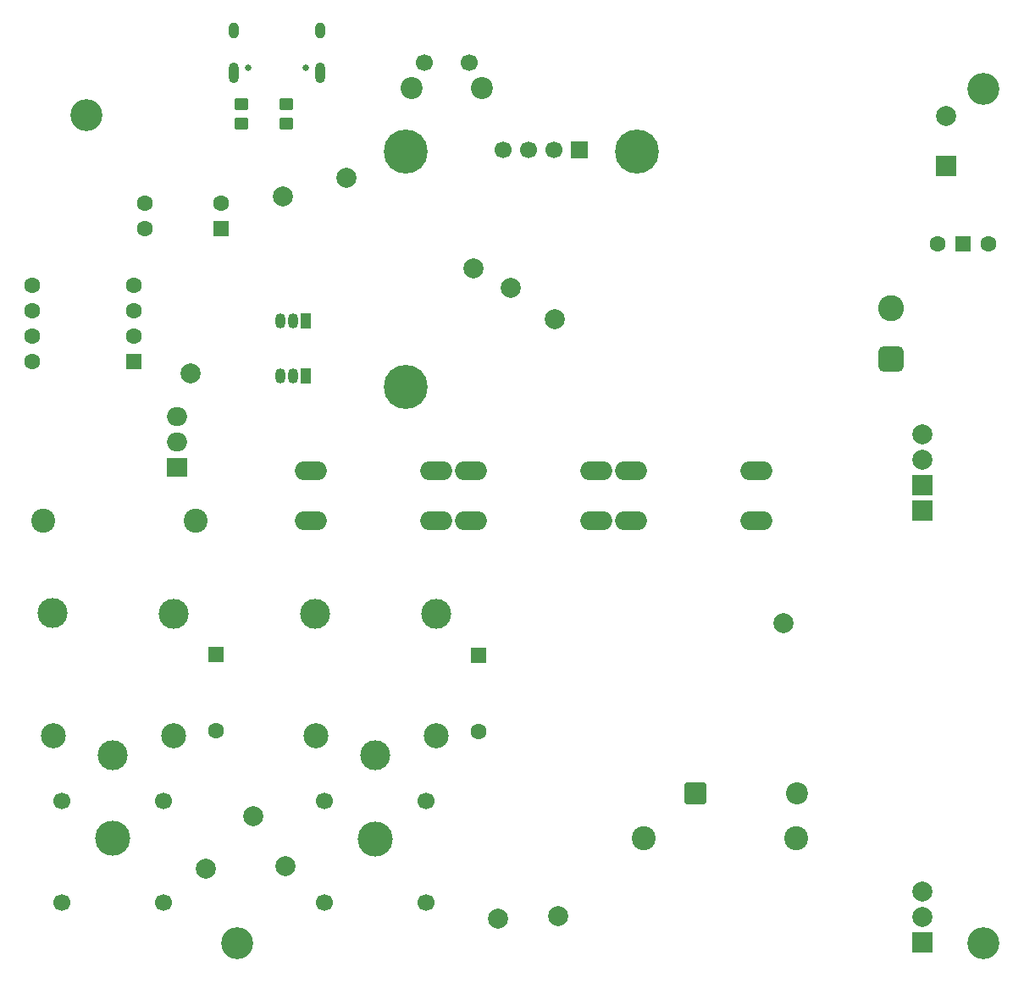
<source format=gbr>
%TF.GenerationSoftware,KiCad,Pcbnew,9.0.6*%
%TF.CreationDate,2026-01-02T13:15:05-05:00*%
%TF.ProjectId,Ionto,496f6e74-6f2e-46b6-9963-61645f706362,rev?*%
%TF.SameCoordinates,Original*%
%TF.FileFunction,Soldermask,Bot*%
%TF.FilePolarity,Negative*%
%FSLAX46Y46*%
G04 Gerber Fmt 4.6, Leading zero omitted, Abs format (unit mm)*
G04 Created by KiCad (PCBNEW 9.0.6) date 2026-01-02 13:15:05*
%MOMM*%
%LPD*%
G01*
G04 APERTURE LIST*
G04 Aperture macros list*
%AMRoundRect*
0 Rectangle with rounded corners*
0 $1 Rounding radius*
0 $2 $3 $4 $5 $6 $7 $8 $9 X,Y pos of 4 corners*
0 Add a 4 corners polygon primitive as box body*
4,1,4,$2,$3,$4,$5,$6,$7,$8,$9,$2,$3,0*
0 Add four circle primitives for the rounded corners*
1,1,$1+$1,$2,$3*
1,1,$1+$1,$4,$5*
1,1,$1+$1,$6,$7*
1,1,$1+$1,$8,$9*
0 Add four rect primitives between the rounded corners*
20,1,$1+$1,$2,$3,$4,$5,0*
20,1,$1+$1,$4,$5,$6,$7,0*
20,1,$1+$1,$6,$7,$8,$9,0*
20,1,$1+$1,$8,$9,$2,$3,0*%
G04 Aperture macros list end*
%ADD10C,3.200000*%
%ADD11C,2.600000*%
%ADD12C,4.400000*%
%ADD13O,3.200000X1.900000*%
%ADD14C,1.700000*%
%ADD15C,3.500000*%
%ADD16RoundRect,0.250000X0.550000X0.550000X-0.550000X0.550000X-0.550000X-0.550000X0.550000X-0.550000X0*%
%ADD17C,1.600000*%
%ADD18R,1.050000X1.500000*%
%ADD19O,1.050000X1.500000*%
%ADD20RoundRect,0.650000X0.650000X-0.650000X0.650000X0.650000X-0.650000X0.650000X-0.650000X-0.650000X0*%
%ADD21R,1.700000X1.700000*%
%ADD22C,2.200000*%
%ADD23R,2.000000X1.905000*%
%ADD24O,2.000000X1.905000*%
%ADD25C,3.000000*%
%ADD26C,2.500000*%
%ADD27RoundRect,0.249999X-0.850001X-0.850001X0.850001X-0.850001X0.850001X0.850001X-0.850001X0.850001X0*%
%ADD28R,2.000000X2.000000*%
%ADD29C,2.000000*%
%ADD30C,2.400000*%
%ADD31RoundRect,0.250000X-0.550000X0.550000X-0.550000X-0.550000X0.550000X-0.550000X0.550000X0.550000X0*%
%ADD32C,0.650000*%
%ADD33O,1.000000X2.100000*%
%ADD34O,1.000000X1.600000*%
%ADD35R,1.500000X1.500000*%
%ADD36RoundRect,0.250000X0.450000X-0.350000X0.450000X0.350000X-0.450000X0.350000X-0.450000X-0.350000X0*%
G04 APERTURE END LIST*
D10*
%TO.C,REF\u002A\u002A*%
X38300000Y-108260000D03*
%TD*%
D11*
%TO.C,H1*%
X78214000Y-29020000D03*
D12*
X78214000Y-29020000D03*
%TD*%
D13*
%TO.C,SW5*%
X45650000Y-61010000D03*
X58150000Y-61010000D03*
X45650000Y-66010000D03*
X58150000Y-66010000D03*
%TD*%
D14*
%TO.C,J5*%
X46990000Y-104170000D03*
X57150000Y-104170000D03*
X46990000Y-94010000D03*
X57150000Y-94010000D03*
D15*
X52070000Y-97810000D03*
%TD*%
D16*
%TO.C,U5*%
X27980000Y-50070000D03*
D17*
X27980000Y-47530000D03*
X27980000Y-44990000D03*
X27980000Y-42450000D03*
X17820000Y-42450000D03*
X17820000Y-44990000D03*
X17820000Y-47530000D03*
X17820000Y-50070000D03*
%TD*%
D18*
%TO.C,Q1*%
X45110000Y-51510000D03*
D19*
X43840000Y-51510000D03*
X42570000Y-51510000D03*
%TD*%
D20*
%TO.C,J1*%
X103650000Y-49800000D03*
D11*
X103650000Y-44720000D03*
%TD*%
D18*
%TO.C,Q2*%
X45150000Y-46010000D03*
D19*
X43880000Y-46010000D03*
X42610000Y-46010000D03*
%TD*%
D13*
%TO.C,SW4*%
X61650000Y-61010000D03*
X74150000Y-61010000D03*
X61650000Y-66010000D03*
X74150000Y-66010000D03*
%TD*%
D10*
%TO.C,REF\u002A\u002A*%
X112900000Y-108260000D03*
%TD*%
D21*
%TO.C,J2*%
X72497000Y-28860000D03*
D14*
X69957000Y-28860000D03*
X67417000Y-28860000D03*
X64877000Y-28860000D03*
%TD*%
D10*
%TO.C,REF\u002A\u002A*%
X112900000Y-22760000D03*
%TD*%
%TO.C,REF\u002A\u002A*%
X23200000Y-25460000D03*
%TD*%
D13*
%TO.C,SW3*%
X77650000Y-61010000D03*
X90150000Y-61010000D03*
X77650000Y-66010000D03*
X90150000Y-66010000D03*
%TD*%
D22*
%TO.C,SW2*%
X55749000Y-22701000D03*
X62749000Y-22701000D03*
D14*
X56999000Y-20201000D03*
X61499000Y-20201000D03*
%TD*%
D23*
%TO.C,Q3*%
X32300000Y-60650000D03*
D24*
X32300000Y-58110000D03*
X32300000Y-55570000D03*
%TD*%
D25*
%TO.C,K1*%
X25850000Y-89410000D03*
D26*
X31900000Y-87460000D03*
D25*
X31900000Y-75260000D03*
X19850000Y-75210000D03*
D26*
X19900000Y-87460000D03*
%TD*%
D11*
%TO.C,H3*%
X55114000Y-52580000D03*
D12*
X55114000Y-52580000D03*
%TD*%
D27*
%TO.C,D4*%
X84070000Y-93260000D03*
D22*
X94230000Y-93260000D03*
%TD*%
D28*
%TO.C,BZ1*%
X109150000Y-30510000D03*
D29*
X109150000Y-25510000D03*
%TD*%
D25*
%TO.C,K2*%
X52100000Y-89460000D03*
D26*
X58150000Y-87510000D03*
D25*
X58150000Y-75310000D03*
X46100000Y-75260000D03*
D26*
X46150000Y-87510000D03*
%TD*%
D30*
%TO.C,R12*%
X94150000Y-97760000D03*
X78910000Y-97760000D03*
%TD*%
D31*
%TO.C,D2*%
X36150000Y-79340000D03*
D17*
X36150000Y-86960000D03*
%TD*%
D14*
%TO.C,J4*%
X20740000Y-104120000D03*
X30900000Y-104120000D03*
X20740000Y-93960000D03*
X30900000Y-93960000D03*
D15*
X25820000Y-97760000D03*
%TD*%
D30*
%TO.C,R11*%
X34150000Y-66000000D03*
X18910000Y-66000000D03*
%TD*%
D29*
%TO.C,U4*%
X106800000Y-57310000D03*
X106800000Y-59850000D03*
D28*
X106800000Y-62390000D03*
X106800000Y-64930000D03*
D29*
X106800000Y-103030000D03*
X106800000Y-105570000D03*
D28*
X106800000Y-108110000D03*
%TD*%
D11*
%TO.C,H2*%
X55114000Y-29020000D03*
D12*
X55114000Y-29020000D03*
%TD*%
D32*
%TO.C,J3*%
X45140000Y-20670000D03*
X39360000Y-20670000D03*
D33*
X46570000Y-21170000D03*
D34*
X46570000Y-16990000D03*
D33*
X37930000Y-21170000D03*
D34*
X37930000Y-16990000D03*
%TD*%
D31*
%TO.C,D3*%
X62400000Y-79450000D03*
D17*
X62400000Y-87070000D03*
%TD*%
D35*
%TO.C,SW1*%
X110860000Y-38260000D03*
D17*
X113400000Y-38260000D03*
X108320000Y-38260000D03*
%TD*%
D16*
%TO.C,U6*%
X36650000Y-36800000D03*
D17*
X36650000Y-34260000D03*
X29030000Y-34260000D03*
X29030000Y-36800000D03*
%TD*%
D29*
%TO.C,TP4*%
X43150000Y-100510000D03*
%TD*%
%TO.C,TP2*%
X39900000Y-95510000D03*
%TD*%
D36*
%TO.C,R3*%
X38700000Y-26300000D03*
X38700000Y-24300000D03*
%TD*%
D29*
%TO.C,TP11*%
X61900000Y-40760000D03*
%TD*%
D36*
%TO.C,R2*%
X43200000Y-26300000D03*
X43200000Y-24300000D03*
%TD*%
D29*
%TO.C,TP3*%
X35150000Y-100760000D03*
%TD*%
%TO.C,TP10*%
X49200000Y-31660000D03*
%TD*%
%TO.C,TP5*%
X92900000Y-76260000D03*
%TD*%
%TO.C,TP7*%
X65600000Y-42660000D03*
%TD*%
%TO.C,TP12*%
X64400000Y-105760000D03*
%TD*%
%TO.C,TP6*%
X33650000Y-51260000D03*
%TD*%
%TO.C,TP1*%
X70400000Y-105510000D03*
%TD*%
%TO.C,TP9*%
X42900000Y-33510000D03*
%TD*%
%TO.C,TP8*%
X70000000Y-45860000D03*
%TD*%
M02*

</source>
